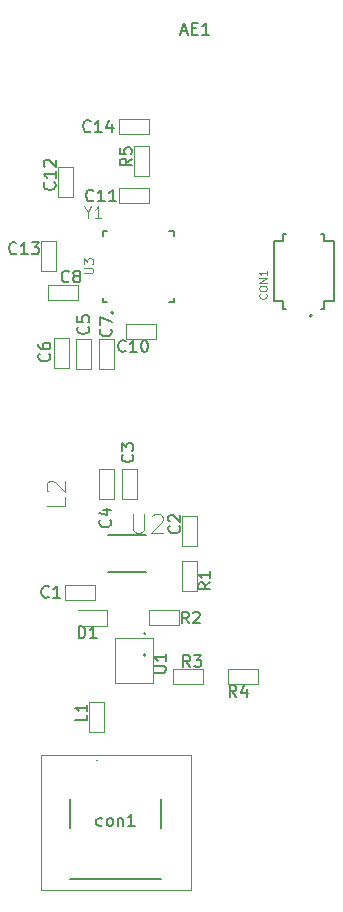
<source format=gbr>
%TF.GenerationSoftware,KiCad,Pcbnew,(5.99.0-10483-ga6ad7a4a70)*%
%TF.CreationDate,2021-05-17T14:47:55+02:00*%
%TF.ProjectId,quadkey,71756164-6b65-4792-9e6b-696361645f70,rev?*%
%TF.SameCoordinates,Original*%
%TF.FileFunction,Legend,Top*%
%TF.FilePolarity,Positive*%
%FSLAX46Y46*%
G04 Gerber Fmt 4.6, Leading zero omitted, Abs format (unit mm)*
G04 Created by KiCad (PCBNEW (5.99.0-10483-ga6ad7a4a70)) date 2021-05-17 14:47:55*
%MOMM*%
%LPD*%
G01*
G04 APERTURE LIST*
%ADD10C,0.150000*%
%ADD11C,0.015000*%
%ADD12C,0.120000*%
%ADD13C,0.200000*%
%ADD14C,0.160000*%
%ADD15C,0.127000*%
%ADD16C,0.152400*%
G04 APERTURE END LIST*
D10*
%TO.C,C12*%
X92942142Y-59737857D02*
X92989761Y-59785476D01*
X93037380Y-59928333D01*
X93037380Y-60023571D01*
X92989761Y-60166428D01*
X92894523Y-60261666D01*
X92799285Y-60309285D01*
X92608809Y-60356904D01*
X92465952Y-60356904D01*
X92275476Y-60309285D01*
X92180238Y-60261666D01*
X92085000Y-60166428D01*
X92037380Y-60023571D01*
X92037380Y-59928333D01*
X92085000Y-59785476D01*
X92132619Y-59737857D01*
X93037380Y-58785476D02*
X93037380Y-59356904D01*
X93037380Y-59071190D02*
X92037380Y-59071190D01*
X92180238Y-59166428D01*
X92275476Y-59261666D01*
X92323095Y-59356904D01*
X92132619Y-58404523D02*
X92085000Y-58356904D01*
X92037380Y-58261666D01*
X92037380Y-58023571D01*
X92085000Y-57928333D01*
X92132619Y-57880714D01*
X92227857Y-57833095D01*
X92323095Y-57833095D01*
X92465952Y-57880714D01*
X93037380Y-58452142D01*
X93037380Y-57833095D01*
%TO.C,C3*%
X99532142Y-82781666D02*
X99579761Y-82829285D01*
X99627380Y-82972142D01*
X99627380Y-83067380D01*
X99579761Y-83210238D01*
X99484523Y-83305476D01*
X99389285Y-83353095D01*
X99198809Y-83400714D01*
X99055952Y-83400714D01*
X98865476Y-83353095D01*
X98770238Y-83305476D01*
X98675000Y-83210238D01*
X98627380Y-83067380D01*
X98627380Y-82972142D01*
X98675000Y-82829285D01*
X98722619Y-82781666D01*
X98627380Y-82448333D02*
X98627380Y-81829285D01*
X99008333Y-82162619D01*
X99008333Y-82019761D01*
X99055952Y-81924523D01*
X99103571Y-81876904D01*
X99198809Y-81829285D01*
X99436904Y-81829285D01*
X99532142Y-81876904D01*
X99579761Y-81924523D01*
X99627380Y-82019761D01*
X99627380Y-82305476D01*
X99579761Y-82400714D01*
X99532142Y-82448333D01*
%TO.C,con1*%
X96977142Y-114169761D02*
X96881904Y-114217380D01*
X96691428Y-114217380D01*
X96596190Y-114169761D01*
X96548571Y-114122142D01*
X96500952Y-114026904D01*
X96500952Y-113741190D01*
X96548571Y-113645952D01*
X96596190Y-113598333D01*
X96691428Y-113550714D01*
X96881904Y-113550714D01*
X96977142Y-113598333D01*
X97548571Y-114217380D02*
X97453333Y-114169761D01*
X97405714Y-114122142D01*
X97358095Y-114026904D01*
X97358095Y-113741190D01*
X97405714Y-113645952D01*
X97453333Y-113598333D01*
X97548571Y-113550714D01*
X97691428Y-113550714D01*
X97786666Y-113598333D01*
X97834285Y-113645952D01*
X97881904Y-113741190D01*
X97881904Y-114026904D01*
X97834285Y-114122142D01*
X97786666Y-114169761D01*
X97691428Y-114217380D01*
X97548571Y-114217380D01*
X98310476Y-113550714D02*
X98310476Y-114217380D01*
X98310476Y-113645952D02*
X98358095Y-113598333D01*
X98453333Y-113550714D01*
X98596190Y-113550714D01*
X98691428Y-113598333D01*
X98739047Y-113693571D01*
X98739047Y-114217380D01*
X99739047Y-114217380D02*
X99167619Y-114217380D01*
X99453333Y-114217380D02*
X99453333Y-113217380D01*
X99358095Y-113360238D01*
X99262857Y-113455476D01*
X99167619Y-113503095D01*
%TO.C,U1*%
X101382880Y-101245404D02*
X102192404Y-101245404D01*
X102287642Y-101197785D01*
X102335261Y-101150166D01*
X102382880Y-101054928D01*
X102382880Y-100864452D01*
X102335261Y-100769214D01*
X102287642Y-100721595D01*
X102192404Y-100673976D01*
X101382880Y-100673976D01*
X102382880Y-99673976D02*
X102382880Y-100245404D01*
X102382880Y-99959690D02*
X101382880Y-99959690D01*
X101525738Y-100054928D01*
X101620976Y-100150166D01*
X101668595Y-100245404D01*
%TO.C,C4*%
X97642142Y-88311666D02*
X97689761Y-88359285D01*
X97737380Y-88502142D01*
X97737380Y-88597380D01*
X97689761Y-88740238D01*
X97594523Y-88835476D01*
X97499285Y-88883095D01*
X97308809Y-88930714D01*
X97165952Y-88930714D01*
X96975476Y-88883095D01*
X96880238Y-88835476D01*
X96785000Y-88740238D01*
X96737380Y-88597380D01*
X96737380Y-88502142D01*
X96785000Y-88359285D01*
X96832619Y-88311666D01*
X97070714Y-87454523D02*
X97737380Y-87454523D01*
X96689761Y-87692619D02*
X97404047Y-87930714D01*
X97404047Y-87311666D01*
D11*
%TO.C,L2*%
X93852410Y-86352467D02*
X93852410Y-87102373D01*
X92277607Y-87102373D01*
X92427589Y-85902523D02*
X92352598Y-85827532D01*
X92277607Y-85677551D01*
X92277607Y-85302598D01*
X92352598Y-85152617D01*
X92427589Y-85077626D01*
X92577570Y-85002636D01*
X92727551Y-85002636D01*
X92952523Y-85077626D01*
X93852410Y-85977514D01*
X93852410Y-85002636D01*
D10*
%TO.C,R2*%
X104313333Y-97082380D02*
X103980000Y-96606190D01*
X103741904Y-97082380D02*
X103741904Y-96082380D01*
X104122857Y-96082380D01*
X104218095Y-96130000D01*
X104265714Y-96177619D01*
X104313333Y-96272857D01*
X104313333Y-96415714D01*
X104265714Y-96510952D01*
X104218095Y-96558571D01*
X104122857Y-96606190D01*
X103741904Y-96606190D01*
X104694285Y-96177619D02*
X104741904Y-96130000D01*
X104837142Y-96082380D01*
X105075238Y-96082380D01*
X105170476Y-96130000D01*
X105218095Y-96177619D01*
X105265714Y-96272857D01*
X105265714Y-96368095D01*
X105218095Y-96510952D01*
X104646666Y-97082380D01*
X105265714Y-97082380D01*
%TO.C,C1*%
X92453333Y-94807142D02*
X92405714Y-94854761D01*
X92262857Y-94902380D01*
X92167619Y-94902380D01*
X92024761Y-94854761D01*
X91929523Y-94759523D01*
X91881904Y-94664285D01*
X91834285Y-94473809D01*
X91834285Y-94330952D01*
X91881904Y-94140476D01*
X91929523Y-94045238D01*
X92024761Y-93950000D01*
X92167619Y-93902380D01*
X92262857Y-93902380D01*
X92405714Y-93950000D01*
X92453333Y-93997619D01*
X93405714Y-94902380D02*
X92834285Y-94902380D01*
X93120000Y-94902380D02*
X93120000Y-93902380D01*
X93024761Y-94045238D01*
X92929523Y-94140476D01*
X92834285Y-94188095D01*
%TO.C,C7*%
X97687142Y-72156666D02*
X97734761Y-72204285D01*
X97782380Y-72347142D01*
X97782380Y-72442380D01*
X97734761Y-72585238D01*
X97639523Y-72680476D01*
X97544285Y-72728095D01*
X97353809Y-72775714D01*
X97210952Y-72775714D01*
X97020476Y-72728095D01*
X96925238Y-72680476D01*
X96830000Y-72585238D01*
X96782380Y-72442380D01*
X96782380Y-72347142D01*
X96830000Y-72204285D01*
X96877619Y-72156666D01*
X96782380Y-71823333D02*
X96782380Y-71156666D01*
X97782380Y-71585238D01*
%TO.C,C2*%
X103492142Y-88811666D02*
X103539761Y-88859285D01*
X103587380Y-89002142D01*
X103587380Y-89097380D01*
X103539761Y-89240238D01*
X103444523Y-89335476D01*
X103349285Y-89383095D01*
X103158809Y-89430714D01*
X103015952Y-89430714D01*
X102825476Y-89383095D01*
X102730238Y-89335476D01*
X102635000Y-89240238D01*
X102587380Y-89097380D01*
X102587380Y-89002142D01*
X102635000Y-88859285D01*
X102682619Y-88811666D01*
X102682619Y-88430714D02*
X102635000Y-88383095D01*
X102587380Y-88287857D01*
X102587380Y-88049761D01*
X102635000Y-87954523D01*
X102682619Y-87906904D01*
X102777857Y-87859285D01*
X102873095Y-87859285D01*
X103015952Y-87906904D01*
X103587380Y-88478333D01*
X103587380Y-87859285D01*
%TO.C,C8*%
X94158333Y-68112142D02*
X94110714Y-68159761D01*
X93967857Y-68207380D01*
X93872619Y-68207380D01*
X93729761Y-68159761D01*
X93634523Y-68064523D01*
X93586904Y-67969285D01*
X93539285Y-67778809D01*
X93539285Y-67635952D01*
X93586904Y-67445476D01*
X93634523Y-67350238D01*
X93729761Y-67255000D01*
X93872619Y-67207380D01*
X93967857Y-67207380D01*
X94110714Y-67255000D01*
X94158333Y-67302619D01*
X94729761Y-67635952D02*
X94634523Y-67588333D01*
X94586904Y-67540714D01*
X94539285Y-67445476D01*
X94539285Y-67397857D01*
X94586904Y-67302619D01*
X94634523Y-67255000D01*
X94729761Y-67207380D01*
X94920238Y-67207380D01*
X95015476Y-67255000D01*
X95063095Y-67302619D01*
X95110714Y-67397857D01*
X95110714Y-67445476D01*
X95063095Y-67540714D01*
X95015476Y-67588333D01*
X94920238Y-67635952D01*
X94729761Y-67635952D01*
X94634523Y-67683571D01*
X94586904Y-67731190D01*
X94539285Y-67826428D01*
X94539285Y-68016904D01*
X94586904Y-68112142D01*
X94634523Y-68159761D01*
X94729761Y-68207380D01*
X94920238Y-68207380D01*
X95015476Y-68159761D01*
X95063095Y-68112142D01*
X95110714Y-68016904D01*
X95110714Y-67826428D01*
X95063095Y-67731190D01*
X95015476Y-67683571D01*
X94920238Y-67635952D01*
%TO.C,R1*%
X106122380Y-93612666D02*
X105646190Y-93946000D01*
X106122380Y-94184095D02*
X105122380Y-94184095D01*
X105122380Y-93803142D01*
X105170000Y-93707904D01*
X105217619Y-93660285D01*
X105312857Y-93612666D01*
X105455714Y-93612666D01*
X105550952Y-93660285D01*
X105598571Y-93707904D01*
X105646190Y-93803142D01*
X105646190Y-94184095D01*
X106122380Y-92660285D02*
X106122380Y-93231714D01*
X106122380Y-92946000D02*
X105122380Y-92946000D01*
X105265238Y-93041238D01*
X105360476Y-93136476D01*
X105408095Y-93231714D01*
%TO.C,R5*%
X99482380Y-57730666D02*
X99006190Y-58064000D01*
X99482380Y-58302095D02*
X98482380Y-58302095D01*
X98482380Y-57921142D01*
X98530000Y-57825904D01*
X98577619Y-57778285D01*
X98672857Y-57730666D01*
X98815714Y-57730666D01*
X98910952Y-57778285D01*
X98958571Y-57825904D01*
X99006190Y-57921142D01*
X99006190Y-58302095D01*
X98482380Y-56825904D02*
X98482380Y-57302095D01*
X98958571Y-57349714D01*
X98910952Y-57302095D01*
X98863333Y-57206857D01*
X98863333Y-56968761D01*
X98910952Y-56873523D01*
X98958571Y-56825904D01*
X99053809Y-56778285D01*
X99291904Y-56778285D01*
X99387142Y-56825904D01*
X99434761Y-56873523D01*
X99482380Y-56968761D01*
X99482380Y-57206857D01*
X99434761Y-57302095D01*
X99387142Y-57349714D01*
%TO.C,AE1*%
X103693333Y-46941666D02*
X104169523Y-46941666D01*
X103598095Y-47227380D02*
X103931428Y-46227380D01*
X104264761Y-47227380D01*
X104598095Y-46703571D02*
X104931428Y-46703571D01*
X105074285Y-47227380D02*
X104598095Y-47227380D01*
X104598095Y-46227380D01*
X105074285Y-46227380D01*
X106026666Y-47227380D02*
X105455238Y-47227380D01*
X105740952Y-47227380D02*
X105740952Y-46227380D01*
X105645714Y-46370238D01*
X105550476Y-46465476D01*
X105455238Y-46513095D01*
%TO.C,C6*%
X92487142Y-74256666D02*
X92534761Y-74304285D01*
X92582380Y-74447142D01*
X92582380Y-74542380D01*
X92534761Y-74685238D01*
X92439523Y-74780476D01*
X92344285Y-74828095D01*
X92153809Y-74875714D01*
X92010952Y-74875714D01*
X91820476Y-74828095D01*
X91725238Y-74780476D01*
X91630000Y-74685238D01*
X91582380Y-74542380D01*
X91582380Y-74447142D01*
X91630000Y-74304285D01*
X91677619Y-74256666D01*
X91582380Y-73399523D02*
X91582380Y-73590000D01*
X91630000Y-73685238D01*
X91677619Y-73732857D01*
X91820476Y-73828095D01*
X92010952Y-73875714D01*
X92391904Y-73875714D01*
X92487142Y-73828095D01*
X92534761Y-73780476D01*
X92582380Y-73685238D01*
X92582380Y-73494761D01*
X92534761Y-73399523D01*
X92487142Y-73351904D01*
X92391904Y-73304285D01*
X92153809Y-73304285D01*
X92058571Y-73351904D01*
X92010952Y-73399523D01*
X91963333Y-73494761D01*
X91963333Y-73685238D01*
X92010952Y-73780476D01*
X92058571Y-73828095D01*
X92153809Y-73875714D01*
D11*
%TO.C,U3*%
X95403904Y-67439523D02*
X96051523Y-67439523D01*
X96127714Y-67401428D01*
X96165809Y-67363333D01*
X96203904Y-67287142D01*
X96203904Y-67134761D01*
X96165809Y-67058571D01*
X96127714Y-67020476D01*
X96051523Y-66982380D01*
X95403904Y-66982380D01*
X95403904Y-66677619D02*
X95403904Y-66182380D01*
X95708666Y-66449047D01*
X95708666Y-66334761D01*
X95746761Y-66258571D01*
X95784857Y-66220476D01*
X95861047Y-66182380D01*
X96051523Y-66182380D01*
X96127714Y-66220476D01*
X96165809Y-66258571D01*
X96203904Y-66334761D01*
X96203904Y-66563333D01*
X96165809Y-66639523D01*
X96127714Y-66677619D01*
D10*
%TO.C,R4*%
X108347333Y-103302380D02*
X108014000Y-102826190D01*
X107775904Y-103302380D02*
X107775904Y-102302380D01*
X108156857Y-102302380D01*
X108252095Y-102350000D01*
X108299714Y-102397619D01*
X108347333Y-102492857D01*
X108347333Y-102635714D01*
X108299714Y-102730952D01*
X108252095Y-102778571D01*
X108156857Y-102826190D01*
X107775904Y-102826190D01*
X109204476Y-102635714D02*
X109204476Y-103302380D01*
X108966380Y-102254761D02*
X108728285Y-102969047D01*
X109347333Y-102969047D01*
D11*
%TO.C,U2*%
X99579084Y-87800904D02*
X99579084Y-89130002D01*
X99657266Y-89286366D01*
X99735448Y-89364549D01*
X99891813Y-89442731D01*
X100204542Y-89442731D01*
X100360906Y-89364549D01*
X100439088Y-89286366D01*
X100517271Y-89130002D01*
X100517271Y-87800904D01*
X101220911Y-87957268D02*
X101299093Y-87879086D01*
X101455457Y-87800904D01*
X101846369Y-87800904D01*
X102002733Y-87879086D01*
X102080915Y-87957268D01*
X102159098Y-88113633D01*
X102159098Y-88269997D01*
X102080915Y-88504544D01*
X101142728Y-89442731D01*
X102159098Y-89442731D01*
D10*
%TO.C,C13*%
X89717142Y-65717142D02*
X89669523Y-65764761D01*
X89526666Y-65812380D01*
X89431428Y-65812380D01*
X89288571Y-65764761D01*
X89193333Y-65669523D01*
X89145714Y-65574285D01*
X89098095Y-65383809D01*
X89098095Y-65240952D01*
X89145714Y-65050476D01*
X89193333Y-64955238D01*
X89288571Y-64860000D01*
X89431428Y-64812380D01*
X89526666Y-64812380D01*
X89669523Y-64860000D01*
X89717142Y-64907619D01*
X90669523Y-65812380D02*
X90098095Y-65812380D01*
X90383809Y-65812380D02*
X90383809Y-64812380D01*
X90288571Y-64955238D01*
X90193333Y-65050476D01*
X90098095Y-65098095D01*
X91002857Y-64812380D02*
X91621904Y-64812380D01*
X91288571Y-65193333D01*
X91431428Y-65193333D01*
X91526666Y-65240952D01*
X91574285Y-65288571D01*
X91621904Y-65383809D01*
X91621904Y-65621904D01*
X91574285Y-65717142D01*
X91526666Y-65764761D01*
X91431428Y-65812380D01*
X91145714Y-65812380D01*
X91050476Y-65764761D01*
X91002857Y-65717142D01*
D11*
%TO.C,Y1*%
X95752352Y-62277127D02*
X95752352Y-62734570D01*
X95432142Y-61773940D02*
X95752352Y-62277127D01*
X96072562Y-61773940D01*
X96895959Y-62734570D02*
X96347027Y-62734570D01*
X96621493Y-62734570D02*
X96621493Y-61773940D01*
X96530005Y-61911173D01*
X96438516Y-62002662D01*
X96347027Y-62048406D01*
D10*
%TO.C,R3*%
X104429333Y-100762380D02*
X104096000Y-100286190D01*
X103857904Y-100762380D02*
X103857904Y-99762380D01*
X104238857Y-99762380D01*
X104334095Y-99810000D01*
X104381714Y-99857619D01*
X104429333Y-99952857D01*
X104429333Y-100095714D01*
X104381714Y-100190952D01*
X104334095Y-100238571D01*
X104238857Y-100286190D01*
X103857904Y-100286190D01*
X104762666Y-99762380D02*
X105381714Y-99762380D01*
X105048380Y-100143333D01*
X105191238Y-100143333D01*
X105286476Y-100190952D01*
X105334095Y-100238571D01*
X105381714Y-100333809D01*
X105381714Y-100571904D01*
X105334095Y-100667142D01*
X105286476Y-100714761D01*
X105191238Y-100762380D01*
X104905523Y-100762380D01*
X104810285Y-100714761D01*
X104762666Y-100667142D01*
%TO.C,L1*%
X95692380Y-104810666D02*
X95692380Y-105286857D01*
X94692380Y-105286857D01*
X95692380Y-103953523D02*
X95692380Y-104524952D01*
X95692380Y-104239238D02*
X94692380Y-104239238D01*
X94835238Y-104334476D01*
X94930476Y-104429714D01*
X94978095Y-104524952D01*
%TO.C,C10*%
X98962142Y-74002142D02*
X98914523Y-74049761D01*
X98771666Y-74097380D01*
X98676428Y-74097380D01*
X98533571Y-74049761D01*
X98438333Y-73954523D01*
X98390714Y-73859285D01*
X98343095Y-73668809D01*
X98343095Y-73525952D01*
X98390714Y-73335476D01*
X98438333Y-73240238D01*
X98533571Y-73145000D01*
X98676428Y-73097380D01*
X98771666Y-73097380D01*
X98914523Y-73145000D01*
X98962142Y-73192619D01*
X99914523Y-74097380D02*
X99343095Y-74097380D01*
X99628809Y-74097380D02*
X99628809Y-73097380D01*
X99533571Y-73240238D01*
X99438333Y-73335476D01*
X99343095Y-73383095D01*
X100533571Y-73097380D02*
X100628809Y-73097380D01*
X100724047Y-73145000D01*
X100771666Y-73192619D01*
X100819285Y-73287857D01*
X100866904Y-73478333D01*
X100866904Y-73716428D01*
X100819285Y-73906904D01*
X100771666Y-74002142D01*
X100724047Y-74049761D01*
X100628809Y-74097380D01*
X100533571Y-74097380D01*
X100438333Y-74049761D01*
X100390714Y-74002142D01*
X100343095Y-73906904D01*
X100295476Y-73716428D01*
X100295476Y-73478333D01*
X100343095Y-73287857D01*
X100390714Y-73192619D01*
X100438333Y-73145000D01*
X100533571Y-73097380D01*
%TO.C,D1*%
X94979404Y-98332380D02*
X94979404Y-97332380D01*
X95217500Y-97332380D01*
X95360357Y-97380000D01*
X95455595Y-97475238D01*
X95503214Y-97570476D01*
X95550833Y-97760952D01*
X95550833Y-97903809D01*
X95503214Y-98094285D01*
X95455595Y-98189523D01*
X95360357Y-98284761D01*
X95217500Y-98332380D01*
X94979404Y-98332380D01*
X96503214Y-98332380D02*
X95931785Y-98332380D01*
X96217500Y-98332380D02*
X96217500Y-97332380D01*
X96122261Y-97475238D01*
X96027023Y-97570476D01*
X95931785Y-97618095D01*
%TO.C,C11*%
X96247142Y-61247142D02*
X96199523Y-61294761D01*
X96056666Y-61342380D01*
X95961428Y-61342380D01*
X95818571Y-61294761D01*
X95723333Y-61199523D01*
X95675714Y-61104285D01*
X95628095Y-60913809D01*
X95628095Y-60770952D01*
X95675714Y-60580476D01*
X95723333Y-60485238D01*
X95818571Y-60390000D01*
X95961428Y-60342380D01*
X96056666Y-60342380D01*
X96199523Y-60390000D01*
X96247142Y-60437619D01*
X97199523Y-61342380D02*
X96628095Y-61342380D01*
X96913809Y-61342380D02*
X96913809Y-60342380D01*
X96818571Y-60485238D01*
X96723333Y-60580476D01*
X96628095Y-60628095D01*
X98151904Y-61342380D02*
X97580476Y-61342380D01*
X97866190Y-61342380D02*
X97866190Y-60342380D01*
X97770952Y-60485238D01*
X97675714Y-60580476D01*
X97580476Y-60628095D01*
%TO.C,C14*%
X95997142Y-55387142D02*
X95949523Y-55434761D01*
X95806666Y-55482380D01*
X95711428Y-55482380D01*
X95568571Y-55434761D01*
X95473333Y-55339523D01*
X95425714Y-55244285D01*
X95378095Y-55053809D01*
X95378095Y-54910952D01*
X95425714Y-54720476D01*
X95473333Y-54625238D01*
X95568571Y-54530000D01*
X95711428Y-54482380D01*
X95806666Y-54482380D01*
X95949523Y-54530000D01*
X95997142Y-54577619D01*
X96949523Y-55482380D02*
X96378095Y-55482380D01*
X96663809Y-55482380D02*
X96663809Y-54482380D01*
X96568571Y-54625238D01*
X96473333Y-54720476D01*
X96378095Y-54768095D01*
X97806666Y-54815714D02*
X97806666Y-55482380D01*
X97568571Y-54434761D02*
X97330476Y-55149047D01*
X97949523Y-55149047D01*
D11*
%TO.C,CON1*%
X110857171Y-69180142D02*
X110887647Y-69210619D01*
X110918123Y-69302047D01*
X110918123Y-69363000D01*
X110887647Y-69454428D01*
X110826695Y-69515380D01*
X110765742Y-69545857D01*
X110643838Y-69576333D01*
X110552409Y-69576333D01*
X110430504Y-69545857D01*
X110369552Y-69515380D01*
X110308600Y-69454428D01*
X110278123Y-69363000D01*
X110278123Y-69302047D01*
X110308600Y-69210619D01*
X110339076Y-69180142D01*
X110278123Y-68783952D02*
X110278123Y-68662047D01*
X110308600Y-68601095D01*
X110369552Y-68540142D01*
X110491457Y-68509666D01*
X110704790Y-68509666D01*
X110826695Y-68540142D01*
X110887647Y-68601095D01*
X110918123Y-68662047D01*
X110918123Y-68783952D01*
X110887647Y-68844904D01*
X110826695Y-68905857D01*
X110704790Y-68936333D01*
X110491457Y-68936333D01*
X110369552Y-68905857D01*
X110308600Y-68844904D01*
X110278123Y-68783952D01*
X110918123Y-68235380D02*
X110278123Y-68235380D01*
X110918123Y-67869666D01*
X110278123Y-67869666D01*
X110918123Y-67229666D02*
X110918123Y-67595380D01*
X110918123Y-67412523D02*
X110278123Y-67412523D01*
X110369552Y-67473476D01*
X110430504Y-67534428D01*
X110460980Y-67595380D01*
D10*
%TO.C,C5*%
X95777142Y-71946666D02*
X95824761Y-71994285D01*
X95872380Y-72137142D01*
X95872380Y-72232380D01*
X95824761Y-72375238D01*
X95729523Y-72470476D01*
X95634285Y-72518095D01*
X95443809Y-72565714D01*
X95300952Y-72565714D01*
X95110476Y-72518095D01*
X95015238Y-72470476D01*
X94920000Y-72375238D01*
X94872380Y-72232380D01*
X94872380Y-72137142D01*
X94920000Y-71994285D01*
X94967619Y-71946666D01*
X94872380Y-71041904D02*
X94872380Y-71518095D01*
X95348571Y-71565714D01*
X95300952Y-71518095D01*
X95253333Y-71422857D01*
X95253333Y-71184761D01*
X95300952Y-71089523D01*
X95348571Y-71041904D01*
X95443809Y-70994285D01*
X95681904Y-70994285D01*
X95777142Y-71041904D01*
X95824761Y-71089523D01*
X95872380Y-71184761D01*
X95872380Y-71422857D01*
X95824761Y-71518095D01*
X95777142Y-71565714D01*
D12*
%TO.C,C12*%
X94490000Y-61000000D02*
X93855000Y-61000000D01*
X93220000Y-61000000D02*
X93220000Y-58460000D01*
X93220000Y-58460000D02*
X94490000Y-58460000D01*
X94490000Y-58460000D02*
X94490000Y-61000000D01*
X93855000Y-61000000D02*
X93220000Y-61000000D01*
%TO.C,C3*%
X99890000Y-83990000D02*
X99890000Y-86530000D01*
X98620000Y-83990000D02*
X99890000Y-83990000D01*
X99255000Y-86530000D02*
X98620000Y-86530000D01*
X99890000Y-86530000D02*
X99255000Y-86530000D01*
X98620000Y-86530000D02*
X98620000Y-83990000D01*
%TO.C,con1*%
X91770000Y-108185000D02*
X104470000Y-108185000D01*
X104470000Y-108185000D02*
X104470000Y-119615000D01*
X91770000Y-118345000D02*
X91770000Y-108185000D01*
D13*
X94270000Y-118705000D02*
X101970000Y-118705000D01*
X101970000Y-111947000D02*
X101970000Y-114435000D01*
D12*
X104470000Y-119615000D02*
X91770000Y-119615000D01*
D13*
X94270000Y-111947000D02*
X94270000Y-114435000D01*
D12*
X91770000Y-119615000D02*
X91770000Y-118345000D01*
D13*
X96527260Y-108684000D02*
G75*
G03*
X96527260Y-108684000I-48260J0D01*
G01*
D12*
%TO.C,U1*%
X101277500Y-102152500D02*
X98102500Y-102152500D01*
X98102500Y-98342500D02*
X101277500Y-98342500D01*
X98102500Y-102152500D02*
X98102500Y-98342500D01*
X101277500Y-98342500D02*
X101277500Y-98977500D01*
X101277500Y-98342500D02*
X101277500Y-102152500D01*
D14*
X100662500Y-99757500D02*
G75*
G03*
X100662500Y-99757500I-80000J0D01*
G01*
X100662500Y-97947500D02*
G75*
G03*
X100662500Y-97947500I-80000J0D01*
G01*
D12*
%TO.C,C4*%
X97980000Y-86530000D02*
X97345000Y-86530000D01*
X97345000Y-86530000D02*
X96710000Y-86530000D01*
X97980000Y-83990000D02*
X97980000Y-86530000D01*
X96710000Y-83990000D02*
X97980000Y-83990000D01*
X96710000Y-86530000D02*
X96710000Y-83990000D01*
%TO.C,R2*%
X100945000Y-95965000D02*
X103485000Y-95965000D01*
X103485000Y-95965000D02*
X103485000Y-96600000D01*
X100945000Y-97235000D02*
X100945000Y-95965000D01*
X103485000Y-96600000D02*
X103485000Y-97235000D01*
X103485000Y-97235000D02*
X100945000Y-97235000D01*
%TO.C,C1*%
X93840000Y-95080000D02*
X93840000Y-93810000D01*
X93840000Y-93810000D02*
X96380000Y-93810000D01*
X96380000Y-93810000D02*
X96380000Y-94445000D01*
X96380000Y-95080000D02*
X93840000Y-95080000D01*
X96380000Y-94445000D02*
X96380000Y-95080000D01*
%TO.C,C7*%
X96725000Y-75545000D02*
X96725000Y-73005000D01*
X96725000Y-73005000D02*
X97995000Y-73005000D01*
X97360000Y-75545000D02*
X96725000Y-75545000D01*
X97995000Y-75545000D02*
X97360000Y-75545000D01*
X97995000Y-73005000D02*
X97995000Y-75545000D01*
%TO.C,C2*%
X103770000Y-90550000D02*
X103770000Y-88010000D01*
X105040000Y-90550000D02*
X104405000Y-90550000D01*
X103770000Y-88010000D02*
X105040000Y-88010000D01*
X104405000Y-90550000D02*
X103770000Y-90550000D01*
X105040000Y-88010000D02*
X105040000Y-90550000D01*
%TO.C,C8*%
X94960000Y-69660000D02*
X92420000Y-69660000D01*
X94960000Y-68390000D02*
X94960000Y-69660000D01*
X92420000Y-69025000D02*
X92420000Y-68390000D01*
X92420000Y-69660000D02*
X92420000Y-69025000D01*
X92420000Y-68390000D02*
X94960000Y-68390000D01*
%TO.C,R1*%
X104400000Y-91795000D02*
X105035000Y-91795000D01*
X105035000Y-94335000D02*
X103765000Y-94335000D01*
X103765000Y-94335000D02*
X103765000Y-91795000D01*
X103765000Y-91795000D02*
X104400000Y-91795000D01*
X105035000Y-91795000D02*
X105035000Y-94335000D01*
%TO.C,R5*%
X99665000Y-56675000D02*
X100935000Y-56675000D01*
X100300000Y-59215000D02*
X99665000Y-59215000D01*
X100935000Y-56675000D02*
X100935000Y-59215000D01*
X99665000Y-59215000D02*
X99665000Y-56675000D01*
X100935000Y-59215000D02*
X100300000Y-59215000D01*
%TO.C,C6*%
X92895000Y-72955000D02*
X94165000Y-72955000D01*
X94165000Y-72955000D02*
X94165000Y-75495000D01*
X92895000Y-75495000D02*
X92895000Y-72955000D01*
X93530000Y-75495000D02*
X92895000Y-75495000D01*
X94165000Y-75495000D02*
X93530000Y-75495000D01*
D15*
%TO.C,U3*%
X97050000Y-69870000D02*
X97420000Y-69870000D01*
X97050000Y-69500000D02*
X97050000Y-69870000D01*
X103050000Y-63870000D02*
X102680000Y-63870000D01*
X102680000Y-69870000D02*
X103050000Y-69870000D01*
X97420000Y-63870000D02*
X97050000Y-63870000D01*
X97050000Y-63870000D02*
X97050000Y-64240000D01*
X103050000Y-64240000D02*
X103050000Y-63870000D01*
X103050000Y-69870000D02*
X103050000Y-69500000D01*
D13*
X97950000Y-70770000D02*
G75*
G03*
X97950000Y-70770000I-100000J0D01*
G01*
D12*
%TO.C,R4*%
X110165000Y-102215000D02*
X107625000Y-102215000D01*
X107625000Y-100945000D02*
X110165000Y-100945000D01*
X110165000Y-101580000D02*
X110165000Y-102215000D01*
X110165000Y-100945000D02*
X110165000Y-101580000D01*
X107625000Y-102215000D02*
X107625000Y-100945000D01*
D16*
%TO.C,U2*%
X100654800Y-89605200D02*
X97505200Y-89605200D01*
X97505200Y-92754800D02*
X100654800Y-92754800D01*
D12*
%TO.C,C13*%
X92460000Y-64695000D02*
X93095000Y-64695000D01*
X93095000Y-64695000D02*
X93095000Y-67235000D01*
X91825000Y-67235000D02*
X91825000Y-64695000D01*
X91825000Y-64695000D02*
X92460000Y-64695000D01*
X93095000Y-67235000D02*
X91825000Y-67235000D01*
%TO.C,R3*%
X105485000Y-102215000D02*
X102945000Y-102215000D01*
X102945000Y-102215000D02*
X102945000Y-101580000D01*
X105485000Y-100945000D02*
X105485000Y-102215000D01*
X102945000Y-100945000D02*
X105485000Y-100945000D01*
X102945000Y-101580000D02*
X102945000Y-100945000D01*
%TO.C,L1*%
X97145000Y-103755000D02*
X97145000Y-106295000D01*
X95875000Y-106295000D02*
X95875000Y-103755000D01*
X97145000Y-106295000D02*
X96510000Y-106295000D01*
X95875000Y-103755000D02*
X97145000Y-103755000D01*
X96510000Y-106295000D02*
X95875000Y-106295000D01*
%TO.C,C10*%
X98970000Y-73010000D02*
X98970000Y-71740000D01*
X101510000Y-72375000D02*
X101510000Y-73010000D01*
X101510000Y-73010000D02*
X98970000Y-73010000D01*
X101510000Y-71740000D02*
X101510000Y-72375000D01*
X98970000Y-71740000D02*
X101510000Y-71740000D01*
%TO.C,D1*%
X97402500Y-95925000D02*
X94917500Y-95925000D01*
X97402500Y-97295000D02*
X97402500Y-95925000D01*
X94917500Y-97295000D02*
X97402500Y-97295000D01*
%TO.C,C11*%
X98375000Y-60205000D02*
X100915000Y-60205000D01*
X100915000Y-60205000D02*
X100915000Y-60840000D01*
X98375000Y-61475000D02*
X98375000Y-60205000D01*
X100915000Y-61475000D02*
X98375000Y-61475000D01*
X100915000Y-60840000D02*
X100915000Y-61475000D01*
%TO.C,C14*%
X100905000Y-55665000D02*
X98365000Y-55665000D01*
X98365000Y-55665000D02*
X98365000Y-54395000D01*
X100905000Y-54395000D02*
X100905000Y-55030000D01*
X98365000Y-54395000D02*
X100905000Y-54395000D01*
X100905000Y-55030000D02*
X100905000Y-55665000D01*
D13*
%TO.C,CON1*%
X112320000Y-64720000D02*
X112320000Y-64085000D01*
X115750000Y-70435000D02*
X115550000Y-70435000D01*
X115750000Y-64085000D02*
X115550000Y-64085000D01*
X115750000Y-64720000D02*
X115750000Y-64085000D01*
X112320000Y-69800000D02*
X111495000Y-69800000D01*
X116575000Y-69800000D02*
X116575000Y-64720000D01*
X112320000Y-70435000D02*
X112320000Y-69800000D01*
X112320000Y-64085000D02*
X112520000Y-64085000D01*
X116575000Y-64720000D02*
X115750000Y-64720000D01*
X111495000Y-64720000D02*
X112320000Y-64720000D01*
X111495000Y-69800000D02*
X111495000Y-64720000D01*
X115750000Y-69800000D02*
X116575000Y-69800000D01*
X112320000Y-70435000D02*
X112520000Y-70435000D01*
X115750000Y-70435000D02*
X115750000Y-69800000D01*
X114735000Y-71025000D02*
G75*
G03*
X114735000Y-71025000I-100000J0D01*
G01*
D12*
%TO.C,C5*%
X94760000Y-73000000D02*
X96030000Y-73000000D01*
X95395000Y-75540000D02*
X94760000Y-75540000D01*
X96030000Y-73000000D02*
X96030000Y-75540000D01*
X96030000Y-75540000D02*
X95395000Y-75540000D01*
X94760000Y-75540000D02*
X94760000Y-73000000D01*
%TD*%
M02*

</source>
